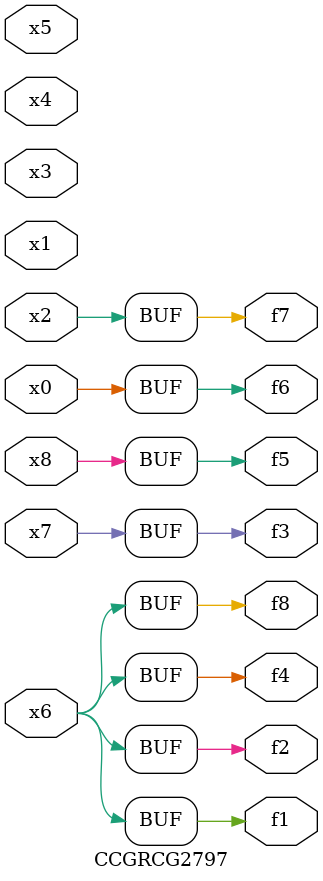
<source format=v>
module CCGRCG2797(
	input x0, x1, x2, x3, x4, x5, x6, x7, x8,
	output f1, f2, f3, f4, f5, f6, f7, f8
);
	assign f1 = x6;
	assign f2 = x6;
	assign f3 = x7;
	assign f4 = x6;
	assign f5 = x8;
	assign f6 = x0;
	assign f7 = x2;
	assign f8 = x6;
endmodule

</source>
